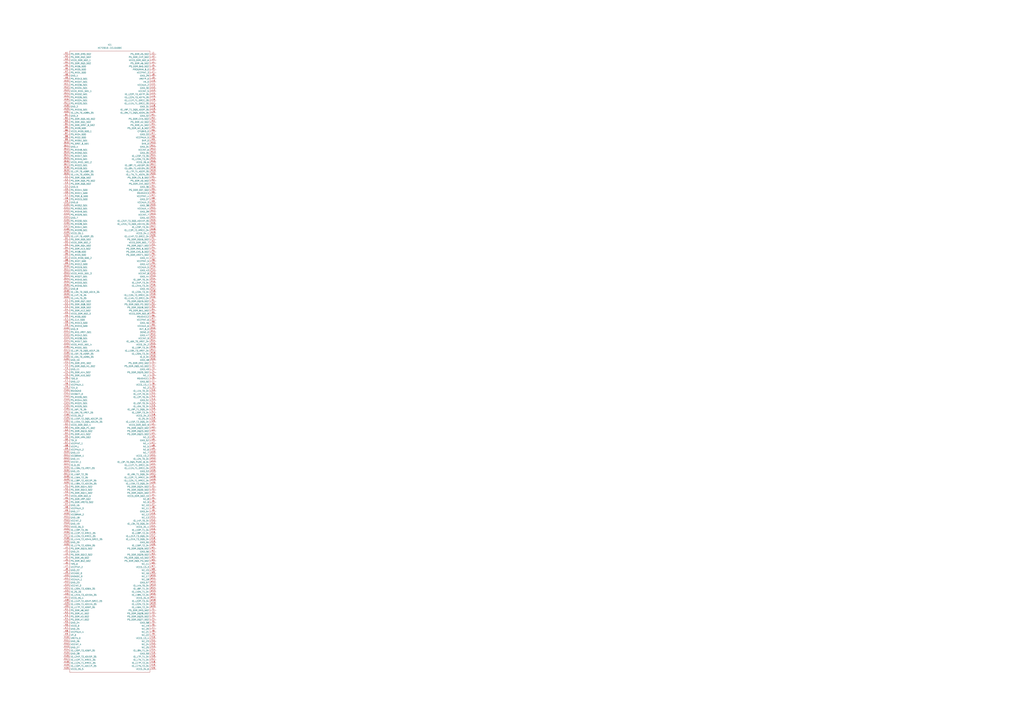
<source format=kicad_sch>
(kicad_sch (version 20211123) (generator eeschema)
  (paper "A1")
  (title_block (title "ZYNQ"))
  (lib_symbols
    (symbol "XC7Z010-1CLG400C:XC7Z010-1CLG400C" (pin_names (offset 0.762))
      (property "Reference" "IC" (at 72.39 7.62 0))
      (property "Value" "XC7Z010-1CLG400C" (at 72.39 5.08 0))
      (symbol "XC7Z010-1CLG400C_0_0"
        (pin passive line (at 0 0 0) (length 5.08) (name "PS_DDR_DM0_502") (number "A1"))
        (pin passive line (at 0 -22.86 0) (length 5.08) (name "PS_MIO37_501") (number "A10"))
        (pin passive line (at 0 -25.4 0) (length 5.08) (name "PS_MIO36_501") (number "A11"))
        (pin passive line (at 0 -27.94 0) (length 5.08) (name "PS_MIO34_501") (number "A12"))
        (pin passive line (at 0 -30.48 0) (length 5.08) (name "VCCO_MIO1_501_1") (number "A13"))
        (pin passive line (at 0 -33.02 0) (length 5.08) (name "PS_MIO32_501") (number "A14"))
        (pin passive line (at 0 -35.56 0) (length 5.08) (name "PS_MIO26_501") (number "A15"))
        (pin passive line (at 0 -38.1 0) (length 5.08) (name "PS_MIO24_501") (number "A16"))
        (pin passive line (at 0 -40.64 0) (length 5.08) (name "PS_MIO20_501") (number "A17"))
        (pin passive line (at 0 -43.18 0) (length 5.08) (name "GND_2") (number "A18"))
        (pin passive line (at 0 -45.72 0) (length 5.08) (name "PS_MIO16_501") (number "A19"))
        (pin passive line (at 0 -2.54 0) (length 5.08) (name "PS_DDR_DQ2_502") (number "A2"))
        (pin passive line (at 0 -48.26 0) (length 5.08) (name "IO_L2N_T0_AD8N_35") (number "A20"))
        (pin passive line (at 0 -5.08 0) (length 5.08) (name "VCCO_DDR_502_1") (number "A3"))
        (pin passive line (at 0 -7.62 0) (length 5.08) (name "PS_DDR_DQ3_502") (number "A4"))
        (pin passive line (at 0 -10.16 0) (length 5.08) (name "PS_MIO6_500") (number "A5"))
        (pin passive line (at 0 -12.7 0) (length 5.08) (name "PS_MIO5_500") (number "A6"))
        (pin passive line (at 0 -15.24 0) (length 5.08) (name "PS_MIO1_500") (number "A7"))
        (pin passive line (at 0 -17.78 0) (length 5.08) (name "GND_1") (number "A8"))
        (pin passive line (at 0 -20.32 0) (length 5.08) (name "PS_MIO43_501") (number "A9"))
        (pin passive line (at 0 -50.8 0) (length 5.08) (name "GND_3") (number "B1"))
        (pin passive line (at 0 -73.66 0) (length 5.08) (name "PS_SRST_B_501") (number "B10"))
        (pin passive line (at 0 -76.2 0) (length 5.08) (name "GND_4") (number "B11"))
        (pin passive line (at 0 -78.74 0) (length 5.08) (name "PS_MIO48_501") (number "B12"))
        (pin passive line (at 0 -81.28 0) (length 5.08) (name "PS_MIO50_501") (number "B13"))
        (pin passive line (at 0 -83.82 0) (length 5.08) (name "PS_MIO47_501") (number "B14"))
        (pin passive line (at 0 -86.36 0) (length 5.08) (name "PS_MIO45_501") (number "B15"))
        (pin passive line (at 0 -88.9 0) (length 5.08) (name "VCCO_MIO1_501_2") (number "B16"))
        (pin passive line (at 0 -91.44 0) (length 5.08) (name "PS_MIO22_501") (number "B17"))
        (pin passive line (at 0 -93.98 0) (length 5.08) (name "PS_MIO18_501") (number "B18"))
        (pin passive line (at 0 -96.52 0) (length 5.08) (name "IO_L2P_T0_AD8P_35") (number "B19"))
        (pin passive line (at 0 -53.34 0) (length 5.08) (name "PS_DDR_DQS_N0_502") (number "B2"))
        (pin passive line (at 0 -99.06 0) (length 5.08) (name "IO_L1N_T0_AD0N_35") (number "B20"))
        (pin passive line (at 0 -55.88 0) (length 5.08) (name "PS_DDR_DQ1_502") (number "B3"))
        (pin passive line (at 0 -58.42 0) (length 5.08) (name "PS_DDR_DRST_B_502") (number "B4"))
        (pin passive line (at 0 -60.96 0) (length 5.08) (name "PS_MIO9_500") (number "B5"))
        (pin passive line (at 0 -63.5 0) (length 5.08) (name "VCCO_MIO0_500_1") (number "B6"))
        (pin passive line (at 0 -66.04 0) (length 5.08) (name "PS_MIO4_500") (number "B7"))
        (pin passive line (at 0 -68.58 0) (length 5.08) (name "PS_MIO2_500") (number "B8"))
        (pin passive line (at 0 -71.12 0) (length 5.08) (name "PS_MIO51_501") (number "B9"))
        (pin passive line (at 0 -101.6 0) (length 5.08) (name "PS_DDR_DQ6_502") (number "C1"))
        (pin passive line (at 0 -124.46 0) (length 5.08) (name "PS_MIO52_501") (number "C10"))
        (pin passive line (at 0 -127 0) (length 5.08) (name "PS_MIO53_501") (number "C11"))
        (pin passive line (at 0 -129.54 0) (length 5.08) (name "PS_MIO49_501") (number "C12"))
        (pin passive line (at 0 -132.08 0) (length 5.08) (name "PS_MIO29_501") (number "C13"))
        (pin passive line (at 0 -134.62 0) (length 5.08) (name "GND_7") (number "C14"))
        (pin passive line (at 0 -137.16 0) (length 5.08) (name "PS_MIO30_501") (number "C15"))
        (pin passive line (at 0 -139.7 0) (length 5.08) (name "PS_MIO28_501") (number "C16"))
        (pin passive line (at 0 -142.24 0) (length 5.08) (name "PS_MIO41_501") (number "C17"))
        (pin passive line (at 0 -144.78 0) (length 5.08) (name "PS_MIO39_501") (number "C18"))
        (pin passive line (at 0 -147.32 0) (length 5.08) (name "VCCO_35_1") (number "C19"))
        (pin passive line (at 0 -104.14 0) (length 5.08) (name "PS_DDR_DQS_P0_502") (number "C2"))
        (pin passive line (at 0 -149.86 0) (length 5.08) (name "IO_L1P_T0_AD0P_35") (number "C20"))
        (pin passive line (at 0 -106.68 0) (length 5.08) (name "PS_DDR_DQ0_502") (number "C3"))
        (pin passive line (at 0 -109.22 0) (length 5.08) (name "GND_5") (number "C4"))
        (pin passive line (at 0 -111.76 0) (length 5.08) (name "PS_MIO14_500") (number "C5"))
        (pin passive line (at 0 -114.3 0) (length 5.08) (name "PS_MIO11_500") (number "C6"))
        (pin passive line (at 0 -116.84 0) (length 5.08) (name "PS_POR_B_500") (number "C7"))
        (pin passive line (at 0 -119.38 0) (length 5.08) (name "PS_MIO15_500") (number "C8"))
        (pin passive line (at 0 -121.92 0) (length 5.08) (name "GND_6") (number "C9"))
        (pin passive line (at 0 -152.4 0) (length 5.08) (name "PS_DDR_DQ5_502") (number "D1"))
        (pin passive line (at 0 -175.26 0) (length 5.08) (name "PS_MIO19_501") (number "D10"))
        (pin passive line (at 0 -177.8 0) (length 5.08) (name "PS_MIO23_501") (number "D11"))
        (pin passive line (at 0 -180.34 0) (length 5.08) (name "VCCO_MIO1_501_3") (number "D12"))
        (pin passive line (at 0 -182.88 0) (length 5.08) (name "PS_MIO27_501") (number "D13"))
        (pin passive line (at 0 -185.42 0) (length 5.08) (name "PS_MIO40_501") (number "D14"))
        (pin passive line (at 0 -187.96 0) (length 5.08) (name "PS_MIO33_501") (number "D15"))
        (pin passive line (at 0 -190.5 0) (length 5.08) (name "PS_MIO46_501") (number "D16"))
        (pin passive line (at 0 -193.04 0) (length 5.08) (name "GND_8") (number "D17"))
        (pin passive line (at 0 -195.58 0) (length 5.08) (name "IO_L3N_T0_DQS_AD1N_35") (number "D18"))
        (pin passive line (at 0 -198.12 0) (length 5.08) (name "IO_L4P_T0_35") (number "D19"))
        (pin passive line (at 0 -154.94 0) (length 5.08) (name "VCCO_DDR_502_2") (number "D2"))
        (pin passive line (at 0 -200.66 0) (length 5.08) (name "IO_L4N_T0_35") (number "D20"))
        (pin passive line (at 0 -157.48 0) (length 5.08) (name "PS_DDR_DQ4_502") (number "D3"))
        (pin passive line (at 0 -160.02 0) (length 5.08) (name "PS_DDR_A13_502") (number "D4"))
        (pin passive line (at 0 -162.56 0) (length 5.08) (name "PS_MIO8_500") (number "D5"))
        (pin passive line (at 0 -165.1 0) (length 5.08) (name "PS_MIO3_500") (number "D6"))
        (pin passive line (at 0 -167.64 0) (length 5.08) (name "VCCO_MIO0_500_2") (number "D7"))
        (pin passive line (at 0 -170.18 0) (length 5.08) (name "PS_MIO7_500") (number "D8"))
        (pin passive line (at 0 -172.72 0) (length 5.08) (name "PS_MIO12_500") (number "D9"))
        (pin passive line (at 0 -203.2 0) (length 5.08) (name "PS_DDR_DQ7_502") (number "E1"))
        (pin passive line (at 0 -226.06 0) (length 5.08) (name "GND_9") (number "E10"))
        (pin passive line (at 0 -228.6 0) (length 5.08) (name "PS_MIO_VREF_501") (number "E11"))
        (pin passive line (at 0 -231.14 0) (length 5.08) (name "PS_MIO42_501") (number "E12"))
        (pin passive line (at 0 -233.68 0) (length 5.08) (name "PS_MIO38_501") (number "E13"))
        (pin passive line (at 0 -236.22 0) (length 5.08) (name "PS_MIO17_501") (number "E14"))
        (pin passive line (at 0 -238.76 0) (length 5.08) (name "VCCO_MIO1_501_4") (number "E15"))
        (pin passive line (at 0 -241.3 0) (length 5.08) (name "PS_MIO31_501") (number "E16"))
        (pin passive line (at 0 -243.84 0) (length 5.08) (name "IO_L3P_T0_DQS_AD1P_35") (number "E17"))
        (pin passive line (at 0 -246.38 0) (length 5.08) (name "IO_L5P_T0_AD9P_35") (number "E18"))
        (pin passive line (at 0 -248.92 0) (length 5.08) (name "IO_L5N_T0_AD9N_35") (number "E19"))
        (pin passive line (at 0 -205.74 0) (length 5.08) (name "PS_DDR_DQ8_502") (number "E2"))
        (pin passive line (at 0 -251.46 0) (length 5.08) (name "GND_10") (number "E20"))
        (pin passive line (at 0 -208.28 0) (length 5.08) (name "PS_DDR_DQ9_502") (number "E3"))
        (pin passive line (at 0 -210.82 0) (length 5.08) (name "PS_DDR_A12_502") (number "E4"))
        (pin passive line (at 0 -213.36 0) (length 5.08) (name "VCCO_DDR_502_3") (number "E5"))
        (pin passive line (at 0 -215.9 0) (length 5.08) (name "PS_MIO0_500") (number "E6"))
        (pin passive line (at 0 -218.44 0) (length 5.08) (name "PS_CLK_500") (number "E7"))
        (pin passive line (at 0 -220.98 0) (length 5.08) (name "PS_MIO13_500") (number "E8"))
        (pin passive line (at 0 -223.52 0) (length 5.08) (name "PS_MIO10_500") (number "E9"))
        (pin passive line (at 0 -254 0) (length 5.08) (name "PS_DDR_DM1_502") (number "F1"))
        (pin passive line (at 0 -276.86 0) (length 5.08) (name "RSVDGND") (number "F10"))
        (pin passive line (at 0 -279.4 0) (length 5.08) (name "VCCBATT_0") (number "F11"))
        (pin passive line (at 0 -281.94 0) (length 5.08) (name "PS_MIO35_501") (number "F12"))
        (pin passive line (at 0 -284.48 0) (length 5.08) (name "PS_MIO44_501") (number "F13"))
        (pin passive line (at 0 -287.02 0) (length 5.08) (name "PS_MIO21_501") (number "F14"))
        (pin passive line (at 0 -289.56 0) (length 5.08) (name "PS_MIO25_501") (number "F15"))
        (pin passive line (at 0 -292.1 0) (length 5.08) (name "IO_L6P_T0_35") (number "F16"))
        (pin passive line (at 0 -294.64 0) (length 5.08) (name "IO_L6N_T0_VREF_35") (number "F17"))
        (pin passive line (at 0 -297.18 0) (length 5.08) (name "VCCO_35_2") (number "F18"))
        (pin passive line (at 0 -299.72 0) (length 5.08) (name "IO_L15P_T2_DQS_AD12P_35") (number "F19"))
        (pin passive line (at 0 -256.54 0) (length 5.08) (name "PS_DDR_DQS_N1_502") (number "F2"))
        (pin passive line (at 0 -302.26 0) (length 5.08) (name "IO_L15N_T2_DQS_AD12N_35") (number "F20"))
        (pin passive line (at 0 -259.08 0) (length 5.08) (name "GND_11") (number "F3"))
        (pin passive line (at 0 -261.62 0) (length 5.08) (name "PS_DDR_A14_502") (number "F4"))
        (pin passive line (at 0 -264.16 0) (length 5.08) (name "PS_DDR_A10_502") (number "F5"))
        (pin passive line (at 0 -266.7 0) (length 5.08) (name "TDO_0") (number "F6"))
        (pin passive line (at 0 -269.24 0) (length 5.08) (name "GND_12") (number "F7"))
        (pin passive line (at 0 -271.78 0) (length 5.08) (name "VCCPAUX_1") (number "F8"))
        (pin passive line (at 0 -274.32 0) (length 5.08) (name "TCK_0") (number "F9"))
        (pin passive line (at 0 -304.8 0) (length 5.08) (name "VCCO_DDR_502_4") (number "G1"))
        (pin passive line (at 0 -327.66 0) (length 5.08) (name "GND_13") (number "G10"))
        (pin passive line (at 0 -330.2 0) (length 5.08) (name "VCCBRAM_1") (number "G11"))
        (pin passive line (at 0 -332.74 0) (length 5.08) (name "GND_14") (number "G12"))
        (pin passive line (at 0 -335.28 0) (length 5.08) (name "VCCINT_1") (number "G13"))
        (pin passive line (at 0 -337.82 0) (length 5.08) (name "IO_0_35") (number "G14"))
        (pin passive line (at 0 -340.36 0) (length 5.08) (name "IO_L19N_T3_VREF_35") (number "G15"))
        (pin passive line (at 0 -342.9 0) (length 5.08) (name "GND_15") (number "G16"))
        (pin passive line (at 0 -345.44 0) (length 5.08) (name "IO_L16P_T2_35") (number "G17"))
        (pin passive line (at 0 -347.98 0) (length 5.08) (name "IO_L16N_T2_35") (number "G18"))
        (pin passive line (at 0 -350.52 0) (length 5.08) (name "IO_L18P_T2_AD13P_35") (number "G19"))
        (pin passive line (at 0 -307.34 0) (length 5.08) (name "PS_DDR_DQS_P1_502") (number "G2"))
        (pin passive line (at 0 -353.06 0) (length 5.08) (name "IO_L18N_T2_AD13N_35") (number "G20"))
        (pin passive line (at 0 -309.88 0) (length 5.08) (name "PS_DDR_DQ10_502") (number "G3"))
        (pin passive line (at 0 -312.42 0) (length 5.08) (name "PS_DDR_A11_502") (number "G4"))
        (pin passive line (at 0 -314.96 0) (length 5.08) (name "PS_DDR_VRN_502") (number "G5"))
        (pin passive line (at 0 -317.5 0) (length 5.08) (name "TDI_0") (number "G6"))
        (pin passive line (at 0 -320.04 0) (length 5.08) (name "VCCPINT_1") (number "G7"))
        (pin passive line (at 0 -322.58 0) (length 5.08) (name "VCCPLL") (number "G8"))
        (pin passive line (at 0 -325.12 0) (length 5.08) (name "VCCPAUX_2") (number "G9"))
        (pin passive line (at 0 -355.6 0) (length 5.08) (name "PS_DDR_DQ14_502") (number "H1"))
        (pin passive line (at 0 -378.46 0) (length 5.08) (name "VCCBRAM_2") (number "H10"))
        (pin passive line (at 0 -381 0) (length 5.08) (name "GND_18") (number "H11"))
        (pin passive line (at 0 -383.54 0) (length 5.08) (name "VCCINT_2") (number "H12"))
        (pin passive line (at 0 -386.08 0) (length 5.08) (name "GND_19") (number "H13"))
        (pin passive line (at 0 -388.62 0) (length 5.08) (name "VCCO_35_3") (number "H14"))
        (pin passive line (at 0 -391.16 0) (length 5.08) (name "IO_L19P_T3_35") (number "H15"))
        (pin passive line (at 0 -393.7 0) (length 5.08) (name "IO_L13P_T2_MRCC_35") (number "H16"))
        (pin passive line (at 0 -396.24 0) (length 5.08) (name "IO_L13N_T2_MRCC_35") (number "H17"))
        (pin passive line (at 0 -398.78 0) (length 5.08) (name "IO_L14N_T2_AD4N_SRCC_35") (number "H18"))
        (pin passive line (at 0 -401.32 0) (length 5.08) (name "GND_20") (number "H19"))
        (pin passive line (at 0 -358.14 0) (length 5.08) (name "PS_DDR_DQ13_502") (number "H2"))
        (pin passive line (at 0 -403.86 0) (length 5.08) (name "IO_L17N_T2_AD5N_35") (number "H20"))
        (pin passive line (at 0 -360.68 0) (length 5.08) (name "PS_DDR_DQ11_502") (number "H3"))
        (pin passive line (at 0 -363.22 0) (length 5.08) (name "VCCO_DDR_502_5") (number "H4"))
        (pin passive line (at 0 -365.76 0) (length 5.08) (name "PS_DDR_VRP_502") (number "H5"))
        (pin passive line (at 0 -368.3 0) (length 5.08) (name "PS_DDR_VREF0_502") (number "H6"))
        (pin passive line (at 0 -370.84 0) (length 5.08) (name "GND_16") (number "H7"))
        (pin passive line (at 0 -373.38 0) (length 5.08) (name "VCCPAUX_3") (number "H8"))
        (pin passive line (at 0 -375.92 0) (length 5.08) (name "GND_17") (number "H9"))
        (pin passive line (at 0 -406.4 0) (length 5.08) (name "PS_DDR_DQ15_502") (number "J1"))
        (pin passive line (at 0 -429.26 0) (length 5.08) (name "GNDADC_0") (number "J10"))
        (pin passive line (at 0 -431.8 0) (length 5.08) (name "VCCAUX_1") (number "J11"))
        (pin passive line (at 0 -434.34 0) (length 5.08) (name "GND_23") (number "J12"))
        (pin passive line (at 0 -436.88 0) (length 5.08) (name "VCCINT_3") (number "J13"))
        (pin passive line (at 0 -439.42 0) (length 5.08) (name "IO_L20N_T3_AD6N_35") (number "J14"))
        (pin passive line (at 0 -441.96 0) (length 5.08) (name "IO_25_35") (number "J15"))
        (pin passive line (at 0 -444.5 0) (length 5.08) (name "IO_L24N_T3_AD15N_35") (number "J16"))
        (pin passive line (at 0 -447.04 0) (length 5.08) (name "VCCO_35_4") (number "J17"))
        (pin passive line (at 0 -449.58 0) (length 5.08) (name "IO_L14P_T2_AD4P_SRCC_35") (number "J18"))
        (pin passive line (at 0 -452.12 0) (length 5.08) (name "IO_L10N_T1_AD11N_35") (number "J19"))
        (pin passive line (at 0 -408.94 0) (length 5.08) (name "GND_21") (number "J2"))
        (pin passive line (at 0 -454.66 0) (length 5.08) (name "IO_L17P_T2_AD5P_35") (number "J20"))
        (pin passive line (at 0 -411.48 0) (length 5.08) (name "PS_DDR_DQ12_502") (number "J3"))
        (pin passive line (at 0 -414.02 0) (length 5.08) (name "PS_DDR_A9_502") (number "J4"))
        (pin passive line (at 0 -416.56 0) (length 5.08) (name "PS_DDR_BA2_502") (number "J5"))
        (pin passive line (at 0 -419.1 0) (length 5.08) (name "TMS_0") (number "J6"))
        (pin passive line (at 0 -421.64 0) (length 5.08) (name "VCCPINT_2") (number "J7"))
        (pin passive line (at 0 -424.18 0) (length 5.08) (name "GND_22") (number "J8"))
        (pin passive line (at 0 -426.72 0) (length 5.08) (name "VCCADC_0") (number "J9"))
        (pin passive line (at 0 -457.2 0) (length 5.08) (name "PS_DDR_A8_502") (number "K1"))
        (pin passive line (at 0 -480.06 0) (length 5.08) (name "VREFN_0") (number "K10"))
        (pin passive line (at 0 -482.6 0) (length 5.08) (name "GND_26") (number "K11"))
        (pin passive line (at 0 -485.14 0) (length 5.08) (name "VCCINT_4") (number "K12"))
        (pin passive line (at 0 -487.68 0) (length 5.08) (name "GND_27") (number "K13"))
        (pin passive line (at 0 -490.22 0) (length 5.08) (name "IO_L20P_T3_AD6P_35") (number "K14"))
        (pin passive line (at 0 -492.76 0) (length 5.08) (name "GND_28") (number "K15"))
        (pin passive line (at 0 -495.3 0) (length 5.08) (name "IO_L24P_T3_AD15P_35") (number "K16"))
        (pin passive line (at 0 -497.84 0) (length 5.08) (name "IO_L12P_T1_MRCC_35") (number "K17"))
        (pin passive line (at 0 -500.38 0) (length 5.08) (name "IO_L12N_T1_MRCC_35") (number "K18"))
        (pin passive line (at 0 -502.92 0) (length 5.08) (name "IO_L10P_T1_AD11P_35") (number "K19"))
        (pin passive line (at 0 -459.74 0) (length 5.08) (name "PS_DDR_A1_502") (number "K2"))
        (pin passive line (at 0 -505.46 0) (length 5.08) (name "VCCO_35_5") (number "K20"))
        (pin passive line (at 0 -462.28 0) (length 5.08) (name "PS_DDR_A3_502") (number "K3"))
        (pin passive line (at 0 -464.82 0) (length 5.08) (name "PS_DDR_A7_502") (number "K4"))
        (pin passive line (at 0 -467.36 0) (length 5.08) (name "GND_24") (number "K5"))
        (pin passive line (at 0 -469.9 0) (length 5.08) (name "VCCO_0") (number "K6"))
        (pin passive line (at 0 -472.44 0) (length 5.08) (name "GND_25") (number "K7"))
        (pin passive line (at 0 -474.98 0) (length 5.08) (name "VCCPAUX_4") (number "K8"))
        (pin passive line (at 0 -477.52 0) (length 5.08) (name "VP_0") (number "K9"))
        (pin passive line (at 76.2 0 180) (length 5.08) (name "PS_DDR_A5_502") (number "L1"))
        (pin passive line (at 76.2 -22.86 180) (length 5.08) (name "VN_0") (number "L10"))
        (pin passive line (at 76.2 -25.4 180) (length 5.08) (name "VCCAUX_2") (number "L11"))
        (pin passive line (at 76.2 -27.94 180) (length 5.08) (name "GND_30") (number "L12"))
        (pin passive line (at 76.2 -30.48 180) (length 5.08) (name "VCCINT_5") (number "L13"))
        (pin passive line (at 76.2 -33.02 180) (length 5.08) (name "IO_L22P_T3_AD7P_35") (number "L14"))
        (pin passive line (at 76.2 -35.56 180) (length 5.08) (name "IO_L22N_T3_AD7N_35") (number "L15"))
        (pin passive line (at 76.2 -38.1 180) (length 5.08) (name "IO_L11P_T1_SRCC_35") (number "L16"))
        (pin passive line (at 76.2 -40.64 180) (length 5.08) (name "IO_L11N_T1_SRCC_35") (number "L17"))
        (pin passive line (at 76.2 -43.18 180) (length 5.08) (name "GND_31") (number "L18"))
        (pin passive line (at 76.2 -45.72 180) (length 5.08) (name "IO_L9P_T1_DQS_AD3P_35") (number "L19"))
        (pin passive line (at 76.2 -2.54 180) (length 5.08) (name "PS_DDR_CKP_502") (number "L2"))
        (pin passive line (at 76.2 -48.26 180) (length 5.08) (name "IO_L9N_T1_DQS_AD3N_35") (number "L20"))
        (pin passive line (at 76.2 -5.08 180) (length 5.08) (name "VCCO_DDR_502_6") (number "L3"))
        (pin passive line (at 76.2 -7.62 180) (length 5.08) (name "PS_DDR_A6_502") (number "L4"))
        (pin passive line (at 76.2 -10.16 180) (length 5.08) (name "PS_DDR_BA0_502") (number "L5"))
        (pin passive line (at 76.2 -12.7 180) (length 5.08) (name "PROGRAM_B_0") (number "L6"))
        (pin passive line (at 76.2 -15.24 180) (length 5.08) (name "VCCPINT_3") (number "L7"))
        (pin passive line (at 76.2 -17.78 180) (length 5.08) (name "GND_29") (number "L8"))
        (pin passive line (at 76.2 -20.32 180) (length 5.08) (name "VREFP_0") (number "L9"))
        (pin passive line (at 76.2 -50.8 180) (length 5.08) (name "GND_32") (number "M1"))
        (pin passive line (at 76.2 -73.66 180) (length 5.08) (name "DXN_0") (number "M10"))
        (pin passive line (at 76.2 -76.2 180) (length 5.08) (name "GND_34") (number "M11"))
        (pin passive line (at 76.2 -78.74 180) (length 5.08) (name "VCCINT_6") (number "M12"))
        (pin passive line (at 76.2 -81.28 180) (length 5.08) (name "GND_35") (number "M13"))
        (pin passive line (at 76.2 -83.82 180) (length 5.08) (name "IO_L23P_T3_35") (number "M14"))
        (pin passive line (at 76.2 -86.36 180) (length 5.08) (name "IO_L23N_T3_35") (number "M15"))
        (pin passive line (at 76.2 -88.9 180) (length 5.08) (name "VCCO_35_6") (number "M16"))
        (pin passive line (at 76.2 -91.44 180) (length 5.08) (name "IO_L8P_T1_AD10P_35") (number "M17"))
        (pin passive line (at 76.2 -93.98 180) (length 5.08) (name "IO_L8N_T1_AD10N_35") (number "M18"))
        (pin passive line (at 76.2 -96.52 180) (length 5.08) (name "IO_L7P_T1_AD2P_35") (number "M19"))
        (pin passive line (at 76.2 -53.34 180) (length 5.08) (name "PS_DDR_CKN_502") (number "M2"))
        (pin passive line (at 76.2 -99.06 180) (length 5.08) (name "IO_L7N_T1_AD2N_35") (number "M20"))
        (pin passive line (at 76.2 -55.88 180) (length 5.08) (name "PS_DDR_A2_502") (number "M3"))
        (pin passive line (at 76.2 -58.42 180) (length 5.08) (name "PS_DDR_A4_502") (number "M4"))
        (pin passive line (at 76.2 -60.96 180) (length 5.08) (name "PS_DDR_WE_B_502") (number "M5"))
        (pin passive line (at 76.2 -63.5 180) (length 5.08) (name "CFGBVS_0") (number "M6"))
        (pin passive line (at 76.2 -66.04 180) (length 5.08) (name "GND_33") (number "M7"))
        (pin passive line (at 76.2 -68.58 180) (length 5.08) (name "VCCPAUX_5") (number "M8"))
        (pin passive line (at 76.2 -71.12 180) (length 5.08) (name "DXP_0") (number "M9"))
        (pin passive line (at 76.2 -101.6 180) (length 5.08) (name "PS_DDR_CS_B_502") (number "N1"))
        (pin passive line (at 76.2 -124.46 180) (length 5.08) (name "GND_38") (number "N10"))
        (pin passive line (at 76.2 -127 180) (length 5.08) (name "VCCAUX_4") (number "N11"))
        (pin passive line (at 76.2 -129.54 180) (length 5.08) (name "GND_39") (number "N12"))
        (pin passive line (at 76.2 -132.08 180) (length 5.08) (name "VCCINT_7") (number "N13"))
        (pin passive line (at 76.2 -134.62 180) (length 5.08) (name "GND_40") (number "N14"))
        (pin passive line (at 76.2 -137.16 180) (length 5.08) (name "IO_L21P_T3_DQS_AD14P_35") (number "N15"))
        (pin passive line (at 76.2 -139.7 180) (length 5.08) (name "IO_L21N_T3_DQS_AD14N_35") (number "N16"))
        (pin passive line (at 76.2 -142.24 180) (length 5.08) (name "IO_L23P_T3_34") (number "N17"))
        (pin passive line (at 76.2 -144.78 180) (length 5.08) (name "IO_L13P_T2_MRCC_34") (number "N18"))
        (pin passive line (at 76.2 -147.32 180) (length 5.08) (name "VCCO_34_1") (number "N19"))
        (pin passive line (at 76.2 -104.14 180) (length 5.08) (name "PS_DDR_A0_502") (number "N2"))
        (pin passive line (at 76.2 -149.86 180) (length 5.08) (name "IO_L14P_T2_SRCC_34") (number "N20"))
        (pin passive line (at 76.2 -106.68 180) (length 5.08) (name "PS_DDR_CKE_502") (number "N3"))
        (pin passive line (at 76.2 -109.22 180) (length 5.08) (name "GND_36") (number "N4"))
        (pin passive line (at 76.2 -111.76 180) (length 5.08) (name "PS_DDR_ODT_502") (number "N5"))
        (pin passive line (at 76.2 -114.3 180) (length 5.08) (name "RSVDVCC3") (number "N6"))
        (pin passive line (at 76.2 -116.84 180) (length 5.08) (name "VCCPINT_4") (number "N7"))
        (pin passive line (at 76.2 -119.38 180) (length 5.08) (name "GND_37") (number "N8"))
        (pin passive line (at 76.2 -121.92 180) (length 5.08) (name "VCCAUX_3") (number "N9"))
        (pin passive line (at 76.2 -152.4 180) (length 5.08) (name "PS_DDR_DQ16_502") (number "P1"))
        (pin passive line (at 76.2 -175.26 180) (length 5.08) (name "VCCAUX_5") (number "P10"))
        (pin passive line (at 76.2 -177.8 180) (length 5.08) (name "GND_43") (number "P11"))
        (pin passive line (at 76.2 -180.34 180) (length 5.08) (name "VCCINT_8") (number "P12"))
        (pin passive line (at 76.2 -182.88 180) (length 5.08) (name "GND_44") (number "P13"))
        (pin passive line (at 76.2 -185.42 180) (length 5.08) (name "IO_L6P_T0_34") (number "P14"))
        (pin passive line (at 76.2 -187.96 180) (length 5.08) (name "IO_L24P_T3_34") (number "P15"))
        (pin passive line (at 76.2 -190.5 180) (length 5.08) (name "IO_L24N_T3_34") (number "P16"))
        (pin passive line (at 76.2 -193.04 180) (length 5.08) (name "GND_45") (number "P17"))
        (pin passive line (at 76.2 -195.58 180) (length 5.08) (name "IO_L23N_T3_34") (number "P18"))
        (pin passive line (at 76.2 -198.12 180) (length 5.08) (name "IO_L13N_T2_MRCC_34") (number "P19"))
        (pin passive line (at 76.2 -154.94 180) (length 5.08) (name "VCCO_DDR_502_7") (number "P2"))
        (pin passive line (at 76.2 -200.66 180) (length 5.08) (name "IO_L14N_T2_SRCC_34") (number "P20"))
        (pin passive line (at 76.2 -157.48 180) (length 5.08) (name "PS_DDR_DQ17_502") (number "P3"))
        (pin passive line (at 76.2 -160.02 180) (length 5.08) (name "PS_DDR_RAS_B_502") (number "P4"))
        (pin passive line (at 76.2 -162.56 180) (length 5.08) (name "PS_DDR_CAS_B_502") (number "P5"))
        (pin passive line (at 76.2 -165.1 180) (length 5.08) (name "PS_DDR_VREF1_502") (number "P6"))
        (pin passive line (at 76.2 -167.64 180) (length 5.08) (name "GND_41") (number "P7"))
        (pin passive line (at 76.2 -170.18 180) (length 5.08) (name "VCCPINT_5") (number "P8"))
        (pin passive line (at 76.2 -172.72 180) (length 5.08) (name "GND_42") (number "P9"))
        (pin passive line (at 76.2 -203.2 180) (length 5.08) (name "PS_DDR_DQ19_502") (number "R1"))
        (pin passive line (at 76.2 -226.06 180) (length 5.08) (name "INIT_B_0") (number "R10"))
        (pin passive line (at 76.2 -228.6 180) (length 5.08) (name "DONE_0") (number "R11"))
        (pin passive line (at 76.2 -231.14 180) (length 5.08) (name "GND_47") (number "R12"))
        (pin passive line (at 76.2 -233.68 180) (length 5.08) (name "VCCINT_9") (number "R13"))
        (pin passive line (at 76.2 -236.22 180) (length 5.08) (name "IO_L6N_T0_VREF_34") (number "R14"))
        (pin passive line (at 76.2 -238.76 180) (length 5.08) (name "VCCO_34_2") (number "R15"))
        (pin passive line (at 76.2 -241.3 180) (length 5.08) (name "IO_L19P_T3_34") (number "R16"))
        (pin passive line (at 76.2 -243.84 180) (length 5.08) (name "IO_L19N_T3_VREF_34") (number "R17"))
        (pin passive line (at 76.2 -246.38 180) (length 5.08) (name "IO_L20N_T3_34") (number "R18"))
        (pin passive line (at 76.2 -248.92 180) (length 5.08) (name "IO_0_34") (number "R19"))
        (pin passive line (at 76.2 -205.74 180) (length 5.08) (name "PS_DDR_DQS_P2_502") (number "R2"))
        (pin passive line (at 76.2 -251.46 180) (length 5.08) (name "GND_48") (number "R20"))
        (pin passive line (at 76.2 -208.28 180) (length 5.08) (name "PS_DDR_DQ18_502") (number "R3"))
        (pin passive line (at 76.2 -210.82 180) (length 5.08) (name "PS_DDR_BA1_502") (number "R4"))
        (pin passive line (at 76.2 -213.36 180) (length 5.08) (name "VCCO_DDR_502_8") (number "R5"))
        (pin passive line (at 76.2 -215.9 180) (length 5.08) (name "RSVDVCC2") (number "R6"))
        (pin passive line (at 76.2 -218.44 180) (length 5.08) (name "VCCPINT_6") (number "R7"))
        (pin passive line (at 76.2 -220.98 180) (length 5.08) (name "GND_46") (number "R8"))
        (pin passive line (at 76.2 -223.52 180) (length 5.08) (name "VCCAUX_6") (number "R9"))
        (pin passive line (at 76.2 -254 180) (length 5.08) (name "PS_DDR_DM2_502") (number "T1"))
        (pin passive line (at 76.2 -276.86 180) (length 5.08) (name "IO_L1N_T0_34") (number "T10"))
        (pin passive line (at 76.2 -279.4 180) (length 5.08) (name "IO_L1P_T0_34") (number "T11"))
        (pin passive line (at 76.2 -281.94 180) (length 5.08) (name "IO_L2P_T0_34") (number "T12"))
        (pin passive line (at 76.2 -284.48 180) (length 5.08) (name "GND_51") (number "T13"))
        (pin passive line (at 76.2 -287.02 180) (length 5.08) (name "IO_L5P_T0_34") (number "T14"))
        (pin passive line (at 76.2 -289.56 180) (length 5.08) (name "IO_L5N_T0_34") (number "T15"))
        (pin passive line (at 76.2 -292.1 180) (length 5.08) (name "IO_L9P_T1_DQS_34") (number "T16"))
        (pin passive line (at 76.2 -294.64 180) (length 5.08) (name "IO_L20P_T3_34") (number "T17"))
        (pin passive line (at 76.2 -297.18 180) (length 5.08) (name "VCCO_34_3") (number "T18"))
        (pin passive line (at 76.2 -299.72 180) (length 5.08) (name "IO_25_34") (number "T19"))
        (pin passive line (at 76.2 -256.54 180) (length 5.08) (name "PS_DDR_DQS_N2_502") (number "T2"))
        (pin passive line (at 76.2 -302.26 180) (length 5.08) (name "IO_L15P_T2_DQS_34") (number "T20"))
        (pin passive line (at 76.2 -259.08 180) (length 5.08) (name "GND_49") (number "T3"))
        (pin passive line (at 76.2 -261.62 180) (length 5.08) (name "PS_DDR_DQ20_502") (number "T4"))
        (pin passive line (at 76.2 -264.16 180) (length 5.08) (name "NC_1") (number "T5"))
        (pin passive line (at 76.2 -266.7 180) (length 5.08) (name "RSVDVCC1") (number "T6"))
        (pin passive line (at 76.2 -269.24 180) (length 5.08) (name "GND_50") (number "T7"))
        (pin passive line (at 76.2 -271.78 180) (length 5.08) (name "VCCO_13_1") (number "T8"))
        (pin passive line (at 76.2 -274.32 180) (length 5.08) (name "NC_2") (number "T9"))
        (pin passive line (at 76.2 -304.8 180) (length 5.08) (name "VCCO_DDR_502_9") (number "U1"))
        (pin passive line (at 76.2 -327.66 180) (length 5.08) (name "NC_7") (number "U10"))
        (pin passive line (at 76.2 -330.2 180) (length 5.08) (name "VCCO_13_2") (number "U11"))
        (pin passive line (at 76.2 -332.74 180) (length 5.08) (name "IO_L2N_T0_34") (number "U12"))
        (pin passive line (at 76.2 -335.28 180) (length 5.08) (name "IO_L3P_T0_DQS_PUDC_B_34") (number "U13"))
        (pin passive line (at 76.2 -337.82 180) (length 5.08) (name "IO_L11P_T1_SRCC_34") (number "U14"))
        (pin passive line (at 76.2 -340.36 180) (length 5.08) (name "IO_L11N_T1_SRCC_34") (number "U15"))
        (pin passive line (at 76.2 -342.9 180) (length 5.08) (name "GND_53") (number "U16"))
        (pin passive line (at 76.2 -345.44 180) (length 5.08) (name "IO_L9N_T1_DQS_34") (number "U17"))
        (pin passive line (at 76.2 -347.98 180) (length 5.08) (name "IO_L12P_T1_MRCC_34") (number "U18"))
        (pin passive line (at 76.2 -350.52 180) (length 5.08) (name "IO_L12N_T1_MRCC_34") (number "U19"))
        (pin passive line (at 76.2 -307.34 180) (length 5.08) (name "PS_DDR_DQ22_502") (number "U2"))
        (pin passive line (at 76.2 -353.06 180) (length 5.08) (name "IO_L15N_T2_DQS_34") (number "U20"))
        (pin passive line (at 76.2 -309.88 180) (length 5.08) (name "PS_DDR_DQ23_502") (number "U3"))
        (pin passive line (at 76.2 -312.42 180) (length 5.08) (name "PS_DDR_DQ21_502") (number "U4"))
        (pin passive line (at 76.2 -314.96 180) (length 5.08) (name "NC_3") (number "U5"))
        (pin passive line (at 76.2 -317.5 180) (length 5.08) (name "GND_52") (number "U6"))
        (pin passive line (at 76.2 -320.04 180) (length 5.08) (name "NC_4") (number "U7"))
        (pin passive line (at 76.2 -322.58 180) (length 5.08) (name "NC_5") (number "U8"))
        (pin passive line (at 76.2 -325.12 180) (length 5.08) (name "NC_6") (number "U9"))
        (pin passive line (at 76.2 -355.6 180) (length 5.08) (name "PS_DDR_DQ24_502") (number "V1"))
        (pin passive line (at 76.2 -378.46 180) (length 5.08) (name "NC_12") (number "V10"))
        (pin passive line (at 76.2 -381 180) (length 5.08) (name "NC_13") (number "V11"))
        (pin passive line (at 76.2 -383.54 180) (length 5.08) (name "IO_L4P_T0_34") (number "V12"))
        (pin passive line (at 76.2 -386.08 180) (length 5.08) (name "IO_L3N_T0_DQS_34") (number "V13"))
        (pin passive line (at 76.2 -388.62 180) (length 5.08) (name "VCCO_34_4") (number "V14"))
        (pin passive line (at 76.2 -391.16 180) (length 5.08) (name "IO_L10P_T1_34") (number "V15"))
        (pin passive line (at 76.2 -393.7 180) (length 5.08) (name "IO_L18P_T2_34") (number "V16"))
        (pin passive line (at 76.2 -396.24 180) (length 5.08) (name "IO_L21P_T3_DQS_34") (number "V17"))
        (pin passive line (at 76.2 -398.78 180) (length 5.08) (name "IO_L21N_T3_DQS_34") (number "V18"))
        (pin passive line (at 76.2 -401.32 180) (length 5.08) (name "GND_55") (number "V19"))
        (pin passive line (at 76.2 -358.14 180) (length 5.08) (name "PS_DDR_DQ30_502") (number "V2"))
        (pin passive line (at 76.2 -403.86 180) (length 5.08) (name "IO_L16P_T2_34") (number "V20"))
        (pin passive line (at 76.2 -360.68 180) (length 5.08) (name "PS_DDR_DQ31_502") (number "V3"))
        (pin passive line (at 76.2 -363.22 180) (length 5.08) (name "VCCO_DDR_502_10") (number "V4"))
        (pin passive line (at 76.2 -365.76 180) (length 5.08) (name "NC_8") (number "V5"))
        (pin passive line (at 76.2 -368.3 180) (length 5.08) (name "NC_9") (number "V6"))
        (pin passive line (at 76.2 -370.84 180) (length 5.08) (name "NC_10") (number "V7"))
        (pin passive line (at 76.2 -373.38 180) (length 5.08) (name "NC_11") (number "V8"))
        (pin passive line (at 76.2 -375.92 180) (length 5.08) (name "GND_54") (number "V9"))
        (pin passive line (at 76.2 -406.4 180) (length 5.08) (name "PS_DDR_DQ26_502") (number "W1"))
        (pin passive line (at 76.2 -429.26 180) (length 5.08) (name "NC_17") (number "W10"))
        (pin passive line (at 76.2 -431.8 180) (length 5.08) (name "NC_18") (number "W11"))
        (pin passive line (at 76.2 -434.34 180) (length 5.08) (name "GND_57") (number "W12"))
        (pin passive line (at 76.2 -436.88 180) (length 5.08) (name "IO_L4N_T0_34") (number "W13"))
        (pin passive line (at 76.2 -439.42 180) (length 5.08) (name "IO_L8P_T1_34") (number "W14"))
        (pin passive line (at 76.2 -441.96 180) (length 5.08) (name "IO_L10N_T1_34") (number "W15"))
        (pin passive line (at 76.2 -444.5 180) (length 5.08) (name "IO_L18N_T2_34") (number "W16"))
        (pin passive line (at 76.2 -447.04 180) (length 5.08) (name "VCCO_34_5") (number "W17"))
        (pin passive line (at 76.2 -449.58 180) (length 5.08) (name "IO_L22P_T3_34") (number "W18"))
        (pin passive line (at 76.2 -452.12 180) (length 5.08) (name "IO_L22N_T3_34") (number "W19"))
        (pin passive line (at 76.2 -408.94 180) (length 5.08) (name "GND_56") (number "W2"))
        (pin passive line (at 76.2 -454.66 180) (length 5.08) (name "IO_L16N_T2_34") (number "W20"))
        (pin passive line (at 76.2 -411.48 180) (length 5.08) (name "PS_DDR_DQ29_502") (number "W3"))
        (pin passive line (at 76.2 -414.02 180) (length 5.08) (name "PS_DDR_DQS_N3_502") (number "W4"))
        (pin passive line (at 76.2 -416.56 180) (length 5.08) (name "PS_DDR_DQS_P3_502") (number "W5"))
        (pin passive line (at 76.2 -419.1 180) (length 5.08) (name "NC_14") (number "W6"))
        (pin passive line (at 76.2 -421.64 180) (length 5.08) (name "VCCO_13_3") (number "W7"))
        (pin passive line (at 76.2 -424.18 180) (length 5.08) (name "NC_15") (number "W8"))
        (pin passive line (at 76.2 -426.72 180) (length 5.08) (name "NC_16") (number "W9"))
        (pin passive line (at 76.2 -457.2 180) (length 5.08) (name "PS_DDR_DM3_502") (number "Y1"))
        (pin passive line (at 76.2 -480.06 180) (length 5.08) (name "VCCO_13_4") (number "Y10"))
        (pin passive line (at 76.2 -482.6 180) (length 5.08) (name "NC_23") (number "Y11"))
        (pin passive line (at 76.2 -485.14 180) (length 5.08) (name "NC_24") (number "Y12"))
        (pin passive line (at 76.2 -487.68 180) (length 5.08) (name "NC_25") (number "Y13"))
        (pin passive line (at 76.2 -490.22 180) (length 5.08) (name "IO_L8N_T1_34") (number "Y14"))
        (pin passive line (at 76.2 -492.76 180) (length 5.08) (name "GND_59") (number "Y15"))
        (pin passive line (at 76.2 -495.3 180) (length 5.08) (name "IO_L7P_T1_34") (number "Y16"))
        (pin passive line (at 76.2 -497.84 180) (length 5.08) (name "IO_L7N_T1_34") (number "Y17"))
        (pin passive line (at 76.2 -500.38 180) (length 5.08) (name "IO_L17P_T2_34") (number "Y18"))
        (pin passive line (at 76.2 -502.92 180) (length 5.08) (name "IO_L17N_T2_34") (number "Y19"))
        (pin passive line (at 76.2 -459.74 180) (length 5.08) (name "PS_DDR_DQ28_502") (number "Y2"))
        (pin passive line (at 76.2 -505.46 180) (length 5.08) (name "VCCO_34_6") (number "Y20"))
        (pin passive line (at 76.2 -462.28 180) (length 5.08) (name "PS_DDR_DQ25_502") (number "Y3"))
        (pin passive line (at 76.2 -464.82 180) (length 5.08) (name "PS_DDR_DQ27_502") (number "Y4"))
        (pin passive line (at 76.2 -467.36 180) (length 5.08) (name "GND_58") (number "Y5"))
        (pin passive line (at 76.2 -469.9 180) (length 5.08) (name "NC_19") (number "Y6"))
        (pin passive line (at 76.2 -472.44 180) (length 5.08) (name "NC_20") (number "Y7"))
        (pin passive line (at 76.2 -474.98 180) (length 5.08) (name "NC_21") (number "Y8"))
        (pin passive line (at 76.2 -477.52 180) (length 5.08) (name "NC_22") (number "Y9"))
      )
      (symbol "XC7Z010-1CLG400C_0_1"
        (polyline (pts (xy 5.08 2.54) (xy 71.12 2.54) (xy 71.12 -508) (xy 5.08 -508) (xy 5.08 2.54)) (stroke (width 0.1524)))
      )
    )
  )
  (symbol (lib_id "XC7Z010-1CLG400C:XC7Z010-1CLG400C") (at 52.07 44.45 0) (unit 1)
    (property "Reference" "IC1" (at 90.17 36.83 0))
    (property "Value" "XC7Z010-1CLG400C" (at 90.17 39.37 0))
    (property "Footprint" "Package_BGA:Xilinx_CLG400" (effects hide))
    (property "Datasheet" "https://www.xilinx.com/support/documentation/data_sheets/ds187-XC7Z010-XC7Z020-Data-Sheet.pdf" (effects hide))
    (property "Description" "Zynq-7000 All Programmable SoC, BGA-400" (effects hide))
    (property "Height" "1.6" (effects hide))
    (property "Manufacturer_Name" "XILINX" (effects hide))
    (property "Manufacturer_Part_Number" "XC7Z010-1CLG400C" (effects hide))
    (property "Mouser Part Number" "217-XC7Z010-1CLG400C" (effects hide))
    (property "Mouser Price/Stock" "https://www.mouser.co.uk/ProductDetail/Xilinx/XC7Z010-1CLG400C?qs=rrS6PyfT74fH%252BORuML3uDw%3D%3D" (effects hide))
  )
)
</source>
